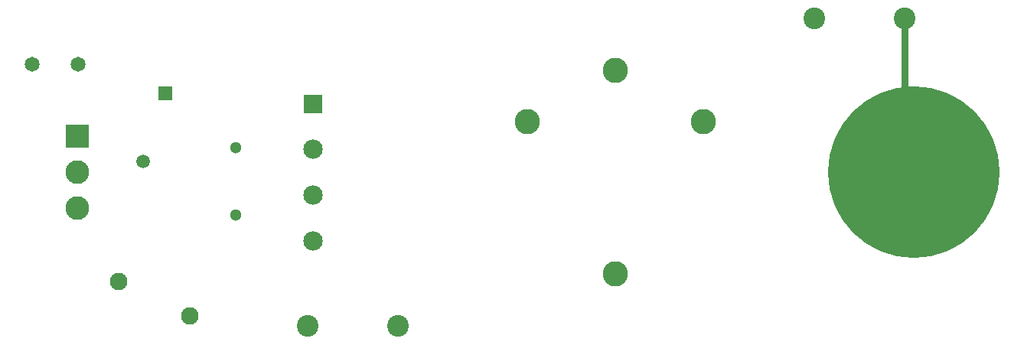
<source format=gbr>
%TF.GenerationSoftware,KiCad,Pcbnew,8.0.3*%
%TF.CreationDate,2024-08-03T11:21:45-05:00*%
%TF.ProjectId,1024A Capacitor Test PCB,31303234-4120-4436-9170-616369746f72,rev?*%
%TF.SameCoordinates,PX4a62f80PY7459280*%
%TF.FileFunction,Copper,L1,Top*%
%TF.FilePolarity,Positive*%
%FSLAX46Y46*%
G04 Gerber Fmt 4.6, Leading zero omitted, Abs format (unit mm)*
G04 Created by KiCad (PCBNEW 8.0.3) date 2024-08-03 11:21:45*
%MOMM*%
%LPD*%
G01*
G04 APERTURE LIST*
%TA.AperFunction,ComponentPad*%
%ADD10C,2.800000*%
%TD*%
%TA.AperFunction,SMDPad,CuDef*%
%ADD11C,19.000000*%
%TD*%
%TA.AperFunction,ComponentPad*%
%ADD12C,2.400000*%
%TD*%
%TA.AperFunction,ComponentPad*%
%ADD13R,1.515000X1.515000*%
%TD*%
%TA.AperFunction,ComponentPad*%
%ADD14C,1.515000*%
%TD*%
%TA.AperFunction,ComponentPad*%
%ADD15C,1.950000*%
%TD*%
%TA.AperFunction,ComponentPad*%
%ADD16R,2.625000X2.625000*%
%TD*%
%TA.AperFunction,ComponentPad*%
%ADD17C,2.625000*%
%TD*%
%TA.AperFunction,ComponentPad*%
%ADD18C,1.650000*%
%TD*%
%TA.AperFunction,ComponentPad*%
%ADD19C,1.300000*%
%TD*%
%TA.AperFunction,ComponentPad*%
%ADD20R,2.145000X2.145000*%
%TD*%
%TA.AperFunction,ComponentPad*%
%ADD21C,2.145000*%
%TD*%
%TA.AperFunction,Conductor*%
%ADD22C,0.762000*%
%TD*%
G04 APERTURE END LIST*
D10*
%TO.P,C2,1*%
%TO.N,/LINErect*%
X78000000Y33250000D03*
%TO.P,C2,2*%
%TO.N,/NEUTrect*%
X78000000Y10750000D03*
%TO.P,C2,NC1*%
%TO.N,unconnected-(C2-PadNC1)*%
X87742786Y27625000D03*
%TO.P,C2,NC2*%
%TO.N,unconnected-(C2-PadNC2)*%
X68257214Y27625000D03*
%TD*%
D11*
%TO.P,TP5,1,1*%
%TO.N,/LINErect*%
X111000000Y22000000D03*
%TD*%
D12*
%TO.P,TP4,1,1*%
%TO.N,/NEUTrect*%
X54000000Y5000000D03*
%TD*%
%TO.P,TP3,1,1*%
%TO.N,/NEUTrect*%
X44000000Y5000000D03*
%TD*%
%TO.P,TP2,1,1*%
%TO.N,/LINErect*%
X110000000Y39000000D03*
%TD*%
%TO.P,TP1,1,1*%
%TO.N,/LINErect*%
X100000000Y39000000D03*
%TD*%
D13*
%TO.P,RV1,1,1*%
%TO.N,/LINEfused*%
X28250000Y30750000D03*
D14*
%TO.P,RV1,2,2*%
%TO.N,/NEUT*%
X25750000Y23250000D03*
%TD*%
D15*
%TO.P,RT1,1,1*%
%TO.N,/NEUT*%
X23100000Y9910000D03*
%TO.P,RT1,2,2*%
%TO.N,/NEUTicl*%
X30900000Y6090000D03*
%TD*%
D16*
%TO.P,J1,1,1*%
%TO.N,/LINE*%
X18450000Y26000000D03*
D17*
%TO.P,J1,2,2*%
%TO.N,unconnected-(J1-Pad2)*%
X18450000Y22040000D03*
%TO.P,J1,3,3*%
%TO.N,/NEUT*%
X18450000Y18080000D03*
%TD*%
D18*
%TO.P,F1,1,1*%
%TO.N,/LINE*%
X13460000Y34000000D03*
%TO.P,F1,2,2*%
%TO.N,/LINEfused*%
X18540000Y34000000D03*
%TD*%
D19*
%TO.P,C1,1*%
%TO.N,/LINEfused*%
X36000000Y24750000D03*
%TO.P,C1,2*%
%TO.N,/NEUTicl*%
X36000000Y17250000D03*
%TD*%
D20*
%TO.P,BR1,1,+*%
%TO.N,/LINErect*%
X44525000Y29575000D03*
D21*
%TO.P,BR1,2,~_1*%
%TO.N,/LINEfused*%
X44525000Y24525000D03*
%TO.P,BR1,3,~_2*%
%TO.N,/NEUTicl*%
X44525000Y19475000D03*
%TO.P,BR1,4,-*%
%TO.N,/NEUTrect*%
X44525000Y14425000D03*
%TD*%
D22*
%TO.N,/LINErect*%
X110000000Y23000000D02*
X111000000Y22000000D01*
X110000000Y39000000D02*
X110000000Y23000000D01*
%TD*%
M02*

</source>
